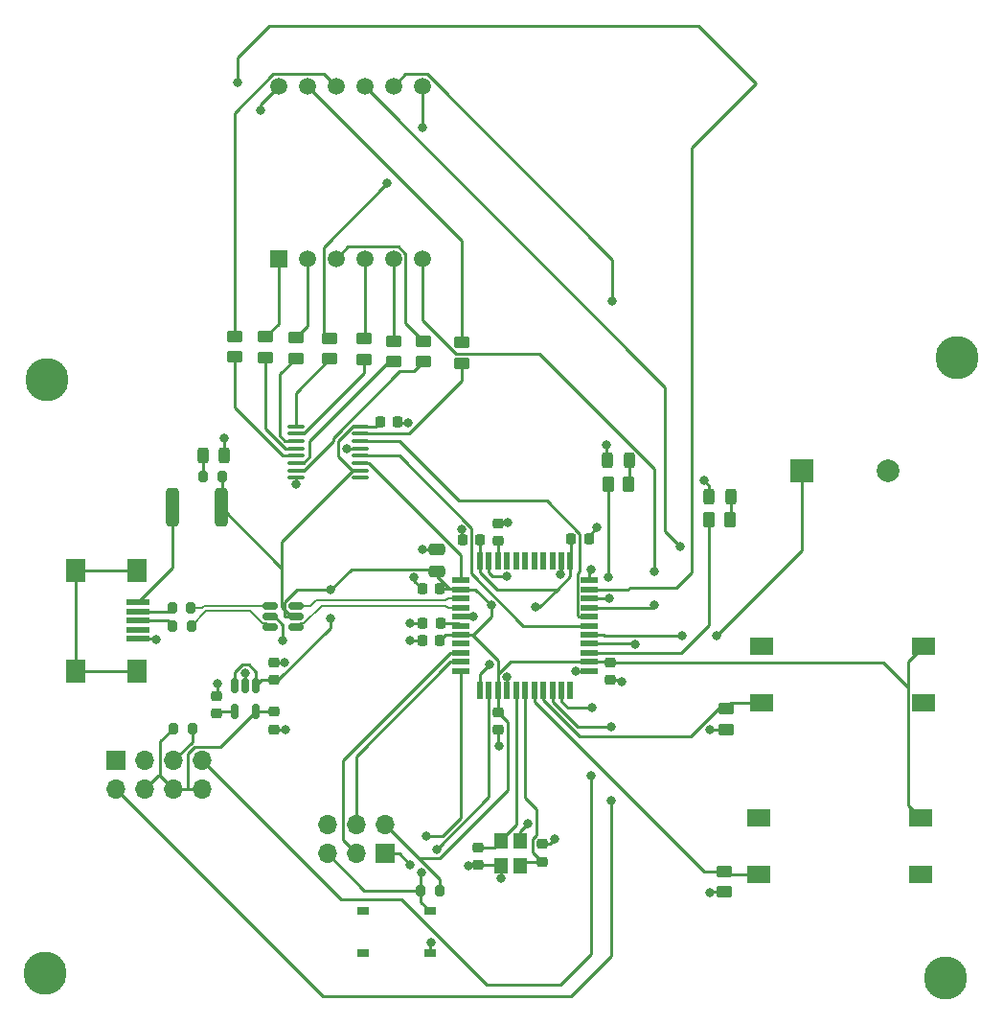
<source format=gbr>
%TF.GenerationSoftware,KiCad,Pcbnew,(7.0.0)*%
%TF.CreationDate,2023-04-20T18:13:23-06:00*%
%TF.ProjectId,Phase_B_ATMEGA_v3,50686173-655f-4425-9f41-544d4547415f,rev?*%
%TF.SameCoordinates,Original*%
%TF.FileFunction,Copper,L1,Top*%
%TF.FilePolarity,Positive*%
%FSLAX46Y46*%
G04 Gerber Fmt 4.6, Leading zero omitted, Abs format (unit mm)*
G04 Created by KiCad (PCBNEW (7.0.0)) date 2023-04-20 18:13:23*
%MOMM*%
%LPD*%
G01*
G04 APERTURE LIST*
G04 Aperture macros list*
%AMRoundRect*
0 Rectangle with rounded corners*
0 $1 Rounding radius*
0 $2 $3 $4 $5 $6 $7 $8 $9 X,Y pos of 4 corners*
0 Add a 4 corners polygon primitive as box body*
4,1,4,$2,$3,$4,$5,$6,$7,$8,$9,$2,$3,0*
0 Add four circle primitives for the rounded corners*
1,1,$1+$1,$2,$3*
1,1,$1+$1,$4,$5*
1,1,$1+$1,$6,$7*
1,1,$1+$1,$8,$9*
0 Add four rect primitives between the rounded corners*
20,1,$1+$1,$2,$3,$4,$5,0*
20,1,$1+$1,$4,$5,$6,$7,0*
20,1,$1+$1,$6,$7,$8,$9,0*
20,1,$1+$1,$8,$9,$2,$3,0*%
G04 Aperture macros list end*
%TA.AperFunction,ComponentPad*%
%ADD10C,3.800000*%
%TD*%
%TA.AperFunction,SMDPad,CuDef*%
%ADD11RoundRect,0.250000X0.450000X-0.262500X0.450000X0.262500X-0.450000X0.262500X-0.450000X-0.262500X0*%
%TD*%
%TA.AperFunction,SMDPad,CuDef*%
%ADD12RoundRect,0.250000X-0.262500X-0.450000X0.262500X-0.450000X0.262500X0.450000X-0.262500X0.450000X0*%
%TD*%
%TA.AperFunction,SMDPad,CuDef*%
%ADD13R,2.000000X0.500000*%
%TD*%
%TA.AperFunction,SMDPad,CuDef*%
%ADD14R,1.700000X2.000000*%
%TD*%
%TA.AperFunction,SMDPad,CuDef*%
%ADD15RoundRect,0.225000X0.250000X-0.225000X0.250000X0.225000X-0.250000X0.225000X-0.250000X-0.225000X0*%
%TD*%
%TA.AperFunction,SMDPad,CuDef*%
%ADD16RoundRect,0.250000X-0.450000X0.262500X-0.450000X-0.262500X0.450000X-0.262500X0.450000X0.262500X0*%
%TD*%
%TA.AperFunction,SMDPad,CuDef*%
%ADD17RoundRect,0.225000X-0.250000X0.225000X-0.250000X-0.225000X0.250000X-0.225000X0.250000X0.225000X0*%
%TD*%
%TA.AperFunction,SMDPad,CuDef*%
%ADD18RoundRect,0.250000X0.475000X-0.250000X0.475000X0.250000X-0.475000X0.250000X-0.475000X-0.250000X0*%
%TD*%
%TA.AperFunction,ComponentPad*%
%ADD19R,2.000000X2.000000*%
%TD*%
%TA.AperFunction,ComponentPad*%
%ADD20C,2.000000*%
%TD*%
%TA.AperFunction,SMDPad,CuDef*%
%ADD21RoundRect,0.225000X0.225000X0.250000X-0.225000X0.250000X-0.225000X-0.250000X0.225000X-0.250000X0*%
%TD*%
%TA.AperFunction,SMDPad,CuDef*%
%ADD22RoundRect,0.200000X0.200000X0.275000X-0.200000X0.275000X-0.200000X-0.275000X0.200000X-0.275000X0*%
%TD*%
%TA.AperFunction,SMDPad,CuDef*%
%ADD23RoundRect,0.200000X-0.200000X-0.275000X0.200000X-0.275000X0.200000X0.275000X-0.200000X0.275000X0*%
%TD*%
%TA.AperFunction,SMDPad,CuDef*%
%ADD24RoundRect,0.150000X-0.512500X-0.150000X0.512500X-0.150000X0.512500X0.150000X-0.512500X0.150000X0*%
%TD*%
%TA.AperFunction,SMDPad,CuDef*%
%ADD25RoundRect,0.243750X0.243750X0.456250X-0.243750X0.456250X-0.243750X-0.456250X0.243750X-0.456250X0*%
%TD*%
%TA.AperFunction,SMDPad,CuDef*%
%ADD26RoundRect,0.100000X-0.637500X-0.100000X0.637500X-0.100000X0.637500X0.100000X-0.637500X0.100000X0*%
%TD*%
%TA.AperFunction,SMDPad,CuDef*%
%ADD27R,1.000000X0.700000*%
%TD*%
%TA.AperFunction,SMDPad,CuDef*%
%ADD28RoundRect,0.150000X-0.150000X0.512500X-0.150000X-0.512500X0.150000X-0.512500X0.150000X0.512500X0*%
%TD*%
%TA.AperFunction,SMDPad,CuDef*%
%ADD29R,1.200000X1.400000*%
%TD*%
%TA.AperFunction,SMDPad,CuDef*%
%ADD30RoundRect,0.250000X-0.312500X-1.450000X0.312500X-1.450000X0.312500X1.450000X-0.312500X1.450000X0*%
%TD*%
%TA.AperFunction,SMDPad,CuDef*%
%ADD31R,1.500000X0.550000*%
%TD*%
%TA.AperFunction,SMDPad,CuDef*%
%ADD32R,0.550000X1.500000*%
%TD*%
%TA.AperFunction,SMDPad,CuDef*%
%ADD33RoundRect,0.225000X-0.225000X-0.250000X0.225000X-0.250000X0.225000X0.250000X-0.225000X0.250000X0*%
%TD*%
%TA.AperFunction,SMDPad,CuDef*%
%ADD34R,2.000000X1.500000*%
%TD*%
%TA.AperFunction,ComponentPad*%
%ADD35R,1.700000X1.700000*%
%TD*%
%TA.AperFunction,ComponentPad*%
%ADD36O,1.700000X1.700000*%
%TD*%
%TA.AperFunction,ComponentPad*%
%ADD37R,1.500000X1.500000*%
%TD*%
%TA.AperFunction,ComponentPad*%
%ADD38C,1.500000*%
%TD*%
%TA.AperFunction,SMDPad,CuDef*%
%ADD39RoundRect,0.243750X-0.243750X-0.456250X0.243750X-0.456250X0.243750X0.456250X-0.243750X0.456250X0*%
%TD*%
%TA.AperFunction,ViaPad*%
%ADD40C,0.800000*%
%TD*%
%TA.AperFunction,Conductor*%
%ADD41C,0.250000*%
%TD*%
%TA.AperFunction,Conductor*%
%ADD42C,0.200000*%
%TD*%
G04 APERTURE END LIST*
D10*
%TO.P,REF\u002A\u002A,1*%
%TO.N,N/C*%
X206050000Y-120050000D03*
%TD*%
%TO.P,REF\u002A\u002A,1*%
%TO.N,N/C*%
X126500000Y-119625000D03*
%TD*%
%TO.P,REF\u002A\u002A,1*%
%TO.N,N/C*%
X207100000Y-65300000D03*
%TD*%
%TO.P,REF\u002A\u002A,1*%
%TO.N,N/C*%
X126600000Y-67200000D03*
%TD*%
D11*
%TO.P,R12,1*%
%TO.N,dp*%
X159900000Y-65637500D03*
%TO.P,R12,2*%
%TO.N,Net-(U1-DPX)*%
X159900000Y-63812500D03*
%TD*%
D12*
%TO.P,R4,1*%
%TO.N,GREEN_LED*%
X185175000Y-79600000D03*
%TO.P,R4,2*%
%TO.N,Net-(D2-A)*%
X187000000Y-79600000D03*
%TD*%
D13*
%TO.P,J2,1,VBUS*%
%TO.N,Net-(J2-VBUS)*%
X134699999Y-86874999D03*
%TO.P,J2,2,D-*%
%TO.N,Net-(J2-D-)*%
X134699999Y-87674999D03*
%TO.P,J2,3,D+*%
%TO.N,Net-(J2-D+)*%
X134699999Y-88474999D03*
%TO.P,J2,4,ID*%
%TO.N,unconnected-(J2-ID-Pad4)*%
X134699999Y-89274999D03*
%TO.P,J2,5,GND*%
%TO.N,GND*%
X134699999Y-90074999D03*
D14*
%TO.P,J2,6,Shield*%
%TO.N,unconnected-(J2-Shield-Pad6)*%
X134599999Y-84024999D03*
X129149999Y-84024999D03*
X134599999Y-92924999D03*
X129149999Y-92924999D03*
%TD*%
D15*
%TO.P,C12,1*%
%TO.N,/AREF*%
X166525000Y-81450000D03*
%TO.P,C12,2*%
%TO.N,GND*%
X166525000Y-79900000D03*
%TD*%
D11*
%TO.P,R8,1*%
%TO.N,d*%
X148625000Y-65312500D03*
%TO.P,R8,2*%
%TO.N,Net-(U1-d)*%
X148625000Y-63487500D03*
%TD*%
D16*
%TO.P,R2,1*%
%TO.N,Button_2*%
X186525000Y-110625000D03*
%TO.P,R2,2*%
%TO.N,GND*%
X186525000Y-112450000D03*
%TD*%
D17*
%TO.P,C5,1*%
%TO.N,+5V*%
X176450000Y-92200000D03*
%TO.P,C5,2*%
%TO.N,GND*%
X176450000Y-93750000D03*
%TD*%
D18*
%TO.P,C8,1*%
%TO.N,+5V*%
X161100000Y-84125000D03*
%TO.P,C8,2*%
%TO.N,GND*%
X161100000Y-82225000D03*
%TD*%
D11*
%TO.P,R7,1*%
%TO.N,c*%
X154650000Y-65412500D03*
%TO.P,R7,2*%
%TO.N,Net-(U1-c)*%
X154650000Y-63587500D03*
%TD*%
D19*
%TO.P,LS1,1,1*%
%TO.N,Buzzer*%
X193374999Y-75224999D03*
D20*
%TO.P,LS1,2,2*%
%TO.N,GND*%
X200975000Y-75225000D03*
%TD*%
D21*
%TO.P,C6,1*%
%TO.N,+5V*%
X161375000Y-85675000D03*
%TO.P,C6,2*%
%TO.N,GND*%
X159825000Y-85675000D03*
%TD*%
D11*
%TO.P,R5,1*%
%TO.N,a*%
X163300000Y-65737500D03*
%TO.P,R5,2*%
%TO.N,Net-(U1-a)*%
X163300000Y-63912500D03*
%TD*%
D22*
%TO.P,R16,1*%
%TO.N,+5V*%
X142100000Y-75775000D03*
%TO.P,R16,2*%
%TO.N,Net-(D3-A)*%
X140450000Y-75775000D03*
%TD*%
D12*
%TO.P,R3,1*%
%TO.N,RED_LED*%
X176225000Y-76400000D03*
%TO.P,R3,2*%
%TO.N,Net-(D1-A)*%
X178050000Y-76400000D03*
%TD*%
D23*
%TO.P,R14,1*%
%TO.N,Net-(J2-D+)*%
X137750000Y-88925000D03*
%TO.P,R14,2*%
%TO.N,USB_CONN_D+*%
X139400000Y-88925000D03*
%TD*%
D17*
%TO.P,C7,1*%
%TO.N,+5V*%
X166550000Y-96575000D03*
%TO.P,C7,2*%
%TO.N,GND*%
X166550000Y-98125000D03*
%TD*%
D24*
%TO.P,U4,1,I/O1*%
%TO.N,USB_CONN_D-*%
X146375000Y-87175000D03*
%TO.P,U4,2,GND*%
%TO.N,GND*%
X146375000Y-88125000D03*
%TO.P,U4,3,I/O2*%
%TO.N,USB_CONN_D+*%
X146375000Y-89075000D03*
%TO.P,U4,4,I/O2*%
%TO.N,USB_D+*%
X148650000Y-89075000D03*
%TO.P,U4,5,VBUS*%
%TO.N,+5V*%
X148650000Y-88125000D03*
%TO.P,U4,6,I/O1*%
%TO.N,USB_D-*%
X148650000Y-87175000D03*
%TD*%
D11*
%TO.P,R6,1*%
%TO.N,b*%
X151650000Y-65362500D03*
%TO.P,R6,2*%
%TO.N,Net-(U1-b)*%
X151650000Y-63537500D03*
%TD*%
D21*
%TO.P,C10,1*%
%TO.N,+5V*%
X161375000Y-90250000D03*
%TO.P,C10,2*%
%TO.N,GND*%
X159825000Y-90250000D03*
%TD*%
D25*
%TO.P,D3,1,K*%
%TO.N,GND*%
X142275000Y-73925000D03*
%TO.P,D3,2,A*%
%TO.N,Net-(D3-A)*%
X140400000Y-73925000D03*
%TD*%
D22*
%TO.P,R13,1*%
%TO.N,+5V*%
X161350000Y-112300000D03*
%TO.P,R13,2*%
%TO.N,RST*%
X159700000Y-112300000D03*
%TD*%
D17*
%TO.P,C2,1*%
%TO.N,GND*%
X170400000Y-108225000D03*
%TO.P,C2,2*%
%TO.N,XTAL1*%
X170400000Y-109775000D03*
%TD*%
D26*
%TO.P,U2,1,QB*%
%TO.N,b*%
X148625000Y-71325000D03*
%TO.P,U2,2,QC*%
%TO.N,c*%
X148625000Y-71975000D03*
%TO.P,U2,3,QD*%
%TO.N,d*%
X148625000Y-72625000D03*
%TO.P,U2,4,QE*%
%TO.N,e*%
X148625000Y-73275000D03*
%TO.P,U2,5,QF*%
%TO.N,f*%
X148625000Y-73925000D03*
%TO.P,U2,6,QG*%
%TO.N,g*%
X148625000Y-74575000D03*
%TO.P,U2,7,QH*%
%TO.N,dp*%
X148625000Y-75225000D03*
%TO.P,U2,8,GND*%
%TO.N,GND*%
X148625000Y-75875000D03*
%TO.P,U2,9,QH'*%
%TO.N,unconnected-(U2-QH'-Pad9)*%
X154350000Y-75875000D03*
%TO.P,U2,10,~{SRCLR}*%
%TO.N,+5V*%
X154350000Y-75225000D03*
%TO.P,U2,11,SRCLK*%
%TO.N,SH_CP*%
X154350000Y-74575000D03*
%TO.P,U2,12,RCLK*%
%TO.N,ST_CP*%
X154350000Y-73925000D03*
%TO.P,U2,13,~{OE}*%
%TO.N,GND*%
X154350000Y-73275000D03*
%TO.P,U2,14,SER*%
%TO.N,DS*%
X154350000Y-72625000D03*
%TO.P,U2,15,QA*%
%TO.N,a*%
X154350000Y-71975000D03*
%TO.P,U2,16,VCC*%
%TO.N,+5V*%
X154350000Y-71325000D03*
%TD*%
D16*
%TO.P,R1,1*%
%TO.N,Button_1*%
X186625000Y-96275000D03*
%TO.P,R1,2*%
%TO.N,GND*%
X186625000Y-98100000D03*
%TD*%
D27*
%TO.P,S3,1*%
%TO.N,GND*%
X160537499Y-117849999D03*
%TO.P,S3,2*%
%TO.N,N/C*%
X154537499Y-117849999D03*
%TO.P,S3,3*%
%TO.N,RST*%
X160537499Y-114149999D03*
%TO.P,S3,4*%
%TO.N,N/C*%
X154537499Y-114149999D03*
%TD*%
D11*
%TO.P,R11,1*%
%TO.N,g*%
X157250000Y-65612500D03*
%TO.P,R11,2*%
%TO.N,Net-(U1-g)*%
X157250000Y-63787500D03*
%TD*%
D28*
%TO.P,U5,1,VIN*%
%TO.N,+5V*%
X145125000Y-94237500D03*
%TO.P,U5,2,GND*%
%TO.N,GND*%
X144175000Y-94237500D03*
%TO.P,U5,3,ON/~{OFF}*%
%TO.N,+5V*%
X143225000Y-94237500D03*
%TO.P,U5,4,BP*%
%TO.N,Net-(U5-BP)*%
X143225000Y-96512500D03*
%TO.P,U5,5,VOUT*%
%TO.N,+3.3V*%
X145125000Y-96512500D03*
%TD*%
D11*
%TO.P,R10,1*%
%TO.N,f*%
X143200000Y-65187500D03*
%TO.P,R10,2*%
%TO.N,Net-(U1-f)*%
X143200000Y-63362500D03*
%TD*%
D29*
%TO.P,Y1,1,1*%
%TO.N,XTAL1*%
X168474999Y-110124999D03*
%TO.P,Y1,2,2*%
%TO.N,GND*%
X168474999Y-107924999D03*
%TO.P,Y1,3,3*%
%TO.N,XTAL2*%
X166774999Y-107924999D03*
%TO.P,Y1,4,4*%
%TO.N,GND*%
X166774999Y-110124999D03*
%TD*%
D21*
%TO.P,C9,1*%
%TO.N,/UCAP*%
X161400000Y-88725000D03*
%TO.P,C9,2*%
%TO.N,GND*%
X159850000Y-88725000D03*
%TD*%
D30*
%TO.P,F1,1*%
%TO.N,Net-(J2-VBUS)*%
X137750000Y-78500000D03*
%TO.P,F1,2*%
%TO.N,+5V*%
X142025000Y-78500000D03*
%TD*%
D31*
%TO.P,U3,1,PE6*%
%TO.N,SH_CP*%
X163199999Y-84924999D03*
%TO.P,U3,2,UVCC*%
%TO.N,+5V*%
X163199999Y-85724999D03*
%TO.P,U3,3,D-*%
%TO.N,USB_D-*%
X163199999Y-86524999D03*
%TO.P,U3,4,D+*%
%TO.N,USB_D+*%
X163199999Y-87324999D03*
%TO.P,U3,5,UGND*%
%TO.N,GND*%
X163199999Y-88124999D03*
%TO.P,U3,6,UCAP*%
%TO.N,/UCAP*%
X163199999Y-88924999D03*
%TO.P,U3,7,VBUS*%
%TO.N,+5V*%
X163199999Y-89724999D03*
%TO.P,U3,8,PB0*%
%TO.N,unconnected-(U3-PB0-Pad8)*%
X163199999Y-90524999D03*
%TO.P,U3,9,PB1*%
%TO.N,SCK*%
X163199999Y-91324999D03*
%TO.P,U3,10,PB2*%
%TO.N,MOSI*%
X163199999Y-92124999D03*
%TO.P,U3,11,PB3*%
%TO.N,MISO*%
X163199999Y-92924999D03*
D32*
%TO.P,U3,12,PB7*%
%TO.N,Dig3*%
X164899999Y-94624999D03*
%TO.P,U3,13,~{RESET}*%
%TO.N,RST*%
X165699999Y-94624999D03*
%TO.P,U3,14,VCC*%
%TO.N,+5V*%
X166499999Y-94624999D03*
%TO.P,U3,15,GND*%
%TO.N,GND*%
X167299999Y-94624999D03*
%TO.P,U3,16,XTAL2*%
%TO.N,XTAL2*%
X168099999Y-94624999D03*
%TO.P,U3,17,XTAL1*%
%TO.N,XTAL1*%
X168899999Y-94624999D03*
%TO.P,U3,18,PD0*%
%TO.N,Button_2*%
X169699999Y-94624999D03*
%TO.P,U3,19,PD1*%
%TO.N,Button_1*%
X170499999Y-94624999D03*
%TO.P,U3,20,PD2*%
%TO.N,TX*%
X171299999Y-94624999D03*
%TO.P,U3,21,PD3*%
%TO.N,RX*%
X172099999Y-94624999D03*
%TO.P,U3,22,PD5*%
%TO.N,unconnected-(U3-PD5-Pad22)*%
X172899999Y-94624999D03*
D31*
%TO.P,U3,23,GND*%
%TO.N,GND*%
X174599999Y-92924999D03*
%TO.P,U3,24,AVCC*%
%TO.N,+5V*%
X174599999Y-92124999D03*
%TO.P,U3,25,PD4*%
%TO.N,GREEN_LED*%
X174599999Y-91324999D03*
%TO.P,U3,26,PD6*%
%TO.N,Dig2*%
X174599999Y-90524999D03*
%TO.P,U3,27,PD7*%
%TO.N,Buzzer*%
X174599999Y-89724999D03*
%TO.P,U3,28,PB4*%
%TO.N,ST_CP*%
X174599999Y-88924999D03*
%TO.P,U3,29,PB5*%
%TO.N,DS*%
X174599999Y-88124999D03*
%TO.P,U3,30,PB6*%
%TO.N,Dig4*%
X174599999Y-87324999D03*
%TO.P,U3,31,PC6*%
%TO.N,RED_LED*%
X174599999Y-86524999D03*
%TO.P,U3,32,PC7*%
%TO.N,Dig1*%
X174599999Y-85724999D03*
%TO.P,U3,33,~{HWB}/PE2*%
%TO.N,GND*%
X174599999Y-84924999D03*
D32*
%TO.P,U3,34,VCC*%
%TO.N,+5V*%
X172899999Y-83224999D03*
%TO.P,U3,35,GND*%
%TO.N,GND*%
X172099999Y-83224999D03*
%TO.P,U3,36,PF7*%
%TO.N,unconnected-(U3-PF7-Pad36)*%
X171299999Y-83224999D03*
%TO.P,U3,37,PF6*%
%TO.N,unconnected-(U3-PF6-Pad37)*%
X170499999Y-83224999D03*
%TO.P,U3,38,PF5*%
%TO.N,unconnected-(U3-PF5-Pad38)*%
X169699999Y-83224999D03*
%TO.P,U3,39,PF4*%
%TO.N,unconnected-(U3-PF4-Pad39)*%
X168899999Y-83224999D03*
%TO.P,U3,40,PF1*%
%TO.N,unconnected-(U3-PF1-Pad40)*%
X168099999Y-83224999D03*
%TO.P,U3,41,PF0*%
%TO.N,unconnected-(U3-PF0-Pad41)*%
X167299999Y-83224999D03*
%TO.P,U3,42,AREF*%
%TO.N,/AREF*%
X166499999Y-83224999D03*
%TO.P,U3,43,GND*%
%TO.N,GND*%
X165699999Y-83224999D03*
%TO.P,U3,44,AVCC*%
%TO.N,+5V*%
X164899999Y-83224999D03*
%TD*%
D33*
%TO.P,C4,1*%
%TO.N,+5V*%
X172975000Y-81300000D03*
%TO.P,C4,2*%
%TO.N,GND*%
X174525000Y-81300000D03*
%TD*%
D34*
%TO.P,S2,A1,NO_1*%
%TO.N,unconnected-(S2-NO_1-PadA1)*%
X203874999Y-110924999D03*
%TO.P,S2,B1,NO_2*%
%TO.N,Button_2*%
X189574999Y-110924999D03*
%TO.P,S2,C1,COM_1*%
%TO.N,+5V*%
X203874999Y-105924999D03*
%TO.P,S2,D1,COM_2*%
%TO.N,unconnected-(S2-COM_2-PadD1)*%
X189574999Y-105924999D03*
%TD*%
D23*
%TO.P,R17,1*%
%TO.N,+3.3V*%
X137825000Y-98000000D03*
%TO.P,R17,2*%
%TO.N,Net-(J3-Pin_5)*%
X139475000Y-98000000D03*
%TD*%
D35*
%TO.P,J1,1,MISO*%
%TO.N,MISO*%
X156524999Y-109039999D03*
D36*
%TO.P,J1,2,VCC*%
%TO.N,+5V*%
X156524999Y-106499999D03*
%TO.P,J1,3,SCK*%
%TO.N,SCK*%
X153984999Y-109039999D03*
%TO.P,J1,4,MOSI*%
%TO.N,MOSI*%
X153984999Y-106499999D03*
%TO.P,J1,5,~{RST}*%
%TO.N,RST*%
X151444999Y-109039999D03*
%TO.P,J1,6,GND*%
%TO.N,GND*%
X151444999Y-106499999D03*
%TD*%
D34*
%TO.P,S1,A1,NO_1*%
%TO.N,unconnected-(S1-NO_1-PadA1)*%
X204074999Y-95774999D03*
%TO.P,S1,B1,NO_2*%
%TO.N,Button_1*%
X189774999Y-95774999D03*
%TO.P,S1,C1,COM_1*%
%TO.N,+5V*%
X204074999Y-90774999D03*
%TO.P,S1,D1,COM_2*%
%TO.N,unconnected-(S1-COM_2-PadD1)*%
X189774999Y-90774999D03*
%TD*%
D37*
%TO.P,U1,1,e*%
%TO.N,Net-(U1-e)*%
X147099999Y-56552499D03*
D38*
%TO.P,U1,2,d*%
%TO.N,Net-(U1-d)*%
X149640000Y-56552500D03*
%TO.P,U1,3,DPX*%
%TO.N,Net-(U1-DPX)*%
X152180000Y-56552500D03*
%TO.P,U1,4,c*%
%TO.N,Net-(U1-c)*%
X154720000Y-56552500D03*
%TO.P,U1,5,g*%
%TO.N,Net-(U1-g)*%
X157260000Y-56552500D03*
%TO.P,U1,6,CA4*%
%TO.N,Dig4*%
X159800000Y-56552500D03*
%TO.P,U1,7,b*%
%TO.N,Net-(U1-b)*%
X159800000Y-41312500D03*
%TO.P,U1,8,CA3*%
%TO.N,Dig3*%
X157260000Y-41312500D03*
%TO.P,U1,9,CA2*%
%TO.N,Dig2*%
X154720000Y-41312500D03*
%TO.P,U1,10,f*%
%TO.N,Net-(U1-f)*%
X152180000Y-41312500D03*
%TO.P,U1,11,a*%
%TO.N,Net-(U1-a)*%
X149640000Y-41312500D03*
%TO.P,U1,12,CA1*%
%TO.N,Dig1*%
X147100000Y-41312500D03*
%TD*%
D33*
%TO.P,C1,1*%
%TO.N,+5V*%
X156075000Y-70950000D03*
%TO.P,C1,2*%
%TO.N,GND*%
X157625000Y-70950000D03*
%TD*%
D39*
%TO.P,D1,1,K*%
%TO.N,GND*%
X176200000Y-74350000D03*
%TO.P,D1,2,A*%
%TO.N,Net-(D1-A)*%
X178075000Y-74350000D03*
%TD*%
D15*
%TO.P,C13,1*%
%TO.N,+5V*%
X146675000Y-93750000D03*
%TO.P,C13,2*%
%TO.N,GND*%
X146675000Y-92200000D03*
%TD*%
D11*
%TO.P,R9,1*%
%TO.N,e*%
X145950000Y-65262500D03*
%TO.P,R9,2*%
%TO.N,Net-(U1-e)*%
X145950000Y-63437500D03*
%TD*%
D15*
%TO.P,C15,1*%
%TO.N,Net-(U5-BP)*%
X141650000Y-96675000D03*
%TO.P,C15,2*%
%TO.N,GND*%
X141650000Y-95125000D03*
%TD*%
D17*
%TO.P,C3,1*%
%TO.N,XTAL2*%
X164725000Y-108525000D03*
%TO.P,C3,2*%
%TO.N,GND*%
X164725000Y-110075000D03*
%TD*%
D23*
%TO.P,R15,1*%
%TO.N,Net-(J2-D-)*%
X137700000Y-87325000D03*
%TO.P,R15,2*%
%TO.N,USB_CONN_D-*%
X139350000Y-87325000D03*
%TD*%
D35*
%TO.P,J3,1,Pin_1*%
%TO.N,GND*%
X132754999Y-100834999D03*
D36*
%TO.P,J3,2,Pin_2*%
%TO.N,TX*%
X132754999Y-103374999D03*
%TO.P,J3,3,Pin_3*%
%TO.N,unconnected-(J3-Pin_3-Pad3)*%
X135294999Y-100834999D03*
%TO.P,J3,4,Pin_4*%
%TO.N,+3.3V*%
X135294999Y-103374999D03*
%TO.P,J3,5,Pin_5*%
%TO.N,Net-(J3-Pin_5)*%
X137834999Y-100834999D03*
%TO.P,J3,6,Pin_6*%
%TO.N,+3.3V*%
X137834999Y-103374999D03*
%TO.P,J3,7,Pin_7*%
%TO.N,RX*%
X140374999Y-100834999D03*
%TO.P,J3,8,Pin_8*%
%TO.N,+3.3V*%
X140374999Y-103374999D03*
%TD*%
D17*
%TO.P,C14,1*%
%TO.N,+3.3V*%
X146725000Y-96525000D03*
%TO.P,C14,2*%
%TO.N,GND*%
X146725000Y-98075000D03*
%TD*%
D21*
%TO.P,C11,1*%
%TO.N,+5V*%
X164925000Y-81375000D03*
%TO.P,C11,2*%
%TO.N,GND*%
X163375000Y-81375000D03*
%TD*%
D39*
%TO.P,D2,1,K*%
%TO.N,GND*%
X185175000Y-77575000D03*
%TO.P,D2,2,A*%
%TO.N,Net-(D2-A)*%
X187050000Y-77575000D03*
%TD*%
D40*
%TO.N,+5V*%
X151725000Y-85750000D03*
X165937701Y-87137299D03*
X151725000Y-88300000D03*
X169800201Y-87300201D03*
%TO.N,GND*%
X158700000Y-90200000D03*
X141700000Y-94075000D03*
X159100000Y-84675000D03*
X177475000Y-93875000D03*
X167300000Y-93450000D03*
X147750000Y-98150000D03*
X175225000Y-80275000D03*
X148650000Y-76475000D03*
X160575000Y-116900000D03*
X136250000Y-90150000D03*
X176050000Y-73000000D03*
X166775000Y-111250000D03*
X166600000Y-99525000D03*
X185200000Y-98075000D03*
X173375000Y-92975000D03*
X167325000Y-79850000D03*
X167300000Y-84574502D03*
X184725000Y-76125000D03*
X171525000Y-107775000D03*
X163850000Y-110175000D03*
X174700000Y-84000000D03*
X185200000Y-112475000D03*
X158700000Y-88725000D03*
X147475000Y-90200000D03*
X142300000Y-72400000D03*
X158575000Y-71000000D03*
X147625000Y-92175000D03*
X144175000Y-93075000D03*
X163275000Y-80450000D03*
X164300000Y-88125000D03*
X172050000Y-84400000D03*
X153125000Y-73300000D03*
X159850000Y-82175000D03*
X169125000Y-106450000D03*
%TO.N,MISO*%
X158750000Y-110025000D03*
X160125000Y-107525000D03*
%TO.N,RST*%
X159725201Y-110724799D03*
X161075000Y-108700000D03*
%TO.N,TX*%
X176500000Y-104350000D03*
X176500000Y-97850000D03*
%TO.N,RX*%
X174700000Y-102200000D03*
X174775000Y-96200000D03*
%TO.N,Buzzer*%
X185825000Y-89825000D03*
X182800000Y-89775000D03*
%TO.N,RED_LED*%
X176275000Y-84625000D03*
X176300000Y-86525000D03*
%TO.N,Net-(U1-b)*%
X156725000Y-49875000D03*
X159825000Y-44900000D03*
%TO.N,Dig4*%
X180275000Y-84150000D03*
X180325000Y-87100000D03*
%TO.N,Dig3*%
X176625000Y-60225000D03*
X165750000Y-92375000D03*
%TO.N,Dig2*%
X178600000Y-90600000D03*
X182600000Y-81950000D03*
%TO.N,Dig1*%
X143450000Y-40950000D03*
X145525000Y-43450000D03*
%TD*%
D41*
%TO.N,+5V*%
X165937701Y-87137299D02*
X165937701Y-88137299D01*
X160925000Y-83950000D02*
X153525000Y-83950000D01*
X159450000Y-109425000D02*
X156525000Y-106500000D01*
X164350000Y-89725000D02*
X163200000Y-89725000D01*
X166550000Y-94675000D02*
X166500000Y-94625000D01*
X161375000Y-109425000D02*
X159450000Y-109425000D01*
X161375000Y-85675000D02*
X162200000Y-85675000D01*
X161100000Y-84125000D02*
X161100000Y-84575000D01*
X161375000Y-90250000D02*
X161900000Y-89725000D01*
X202750000Y-94425000D02*
X200525000Y-92200000D01*
X164900000Y-84225000D02*
X166400153Y-85725153D01*
X161900000Y-89725000D02*
X163200000Y-89725000D01*
X166500000Y-92025000D02*
X166500000Y-94625000D01*
X161350000Y-111325000D02*
X161350000Y-112300000D01*
X167599695Y-92125000D02*
X166500000Y-93224695D01*
X167375000Y-103425000D02*
X161375000Y-109425000D01*
X145125000Y-92999695D02*
X145125000Y-94237500D01*
X142100000Y-78425000D02*
X142025000Y-78500000D01*
X172900000Y-84575305D02*
X171750153Y-85725153D01*
X151725000Y-88300000D02*
X151725000Y-89100305D01*
X164925000Y-83200000D02*
X164900000Y-83225000D01*
X148265749Y-88125000D02*
X148650000Y-88125000D01*
X145612500Y-93750000D02*
X145125000Y-94237500D01*
X172975000Y-83150000D02*
X172900000Y-83225000D01*
X153525000Y-83950000D02*
X151725000Y-85750000D01*
X204075000Y-90775000D02*
X202750000Y-92100000D01*
X147075305Y-93750000D02*
X146675000Y-93750000D01*
X170175104Y-87300201D02*
X169800201Y-87300201D01*
X151725000Y-89100305D02*
X147075305Y-93750000D01*
X164525402Y-85725000D02*
X165937701Y-87137299D01*
X167375000Y-97400000D02*
X167375000Y-103425000D01*
X202750000Y-104800000D02*
X203875000Y-105925000D01*
X143225000Y-92999695D02*
X143874695Y-92350000D01*
X156525000Y-106500000D02*
X161350000Y-111325000D01*
X152400000Y-73963541D02*
X153661459Y-75225000D01*
X147709251Y-88125000D02*
X147662500Y-88078249D01*
X153661459Y-75225000D02*
X147375000Y-81511459D01*
X163200000Y-89725000D02*
X164200000Y-89725000D01*
X143874695Y-92350000D02*
X144475305Y-92350000D01*
X200525000Y-92200000D02*
X176450000Y-92200000D01*
X152400000Y-72586459D02*
X152400000Y-73963541D01*
X164200000Y-89725000D02*
X166500000Y-92025000D01*
X165937701Y-88137299D02*
X164350000Y-89725000D01*
X153661459Y-71325000D02*
X152400000Y-72586459D01*
X163200000Y-85725000D02*
X164525402Y-85725000D01*
X166500000Y-93224695D02*
X166500000Y-94625000D01*
X147662500Y-88078249D02*
X147662500Y-86828249D01*
X163150000Y-85675000D02*
X163200000Y-85725000D01*
X162200000Y-85675000D02*
X163150000Y-85675000D01*
X142100000Y-75775000D02*
X142100000Y-78425000D01*
X146675000Y-93750000D02*
X145612500Y-93750000D01*
X166400153Y-85725153D02*
X171750153Y-85725153D01*
X154350000Y-71325000D02*
X155700000Y-71325000D01*
X144475305Y-92350000D02*
X145125000Y-92999695D01*
X147662500Y-86828249D02*
X148740749Y-85750000D01*
X147375000Y-83850000D02*
X147375000Y-84775000D01*
X202750000Y-92100000D02*
X202750000Y-94425000D01*
X147375000Y-87234251D02*
X148265749Y-88125000D01*
X164900000Y-83225000D02*
X164900000Y-84225000D01*
X172975000Y-81300000D02*
X172975000Y-83150000D01*
X171750153Y-85725153D02*
X170175104Y-87300201D01*
X147375000Y-81511459D02*
X147375000Y-84775000D01*
X166550000Y-96575000D02*
X166550000Y-94675000D01*
X142025000Y-78500000D02*
X147375000Y-83850000D01*
X147375000Y-84775000D02*
X147375000Y-87234251D01*
X143225000Y-94237500D02*
X143225000Y-92999695D01*
X174600000Y-92125000D02*
X176375000Y-92125000D01*
X161100000Y-84125000D02*
X160925000Y-83950000D01*
X154350000Y-71325000D02*
X153661459Y-71325000D01*
X161100000Y-84575000D02*
X162200000Y-85675000D01*
X172900000Y-83225000D02*
X172900000Y-84575305D01*
X166550000Y-96575000D02*
X167375000Y-97400000D01*
X176375000Y-92125000D02*
X176450000Y-92200000D01*
X148740749Y-85750000D02*
X151725000Y-85750000D01*
X174600000Y-92125000D02*
X167599695Y-92125000D01*
X155700000Y-71325000D02*
X156075000Y-70950000D01*
X202750000Y-94425000D02*
X202750000Y-104800000D01*
X164925000Y-81375000D02*
X164925000Y-83200000D01*
X153661459Y-75225000D02*
X154350000Y-75225000D01*
X148650000Y-88125000D02*
X147709251Y-88125000D01*
%TO.N,GND*%
X142300000Y-72400000D02*
X142300000Y-73900000D01*
X186525000Y-112450000D02*
X185225000Y-112450000D01*
X160537500Y-117850000D02*
X160537500Y-116937500D01*
X163275000Y-81275000D02*
X163375000Y-81375000D01*
X144175000Y-93075000D02*
X144175000Y-94237500D01*
X176050000Y-74200000D02*
X176200000Y-74350000D01*
X160537500Y-116937500D02*
X160575000Y-116900000D01*
X166525000Y-79900000D02*
X167275000Y-79900000D01*
X148625000Y-76450000D02*
X148650000Y-76475000D01*
X154325000Y-73300000D02*
X154350000Y-73275000D01*
X185225000Y-98100000D02*
X185200000Y-98075000D01*
X167300000Y-84574502D02*
X166049502Y-84574502D01*
X166725000Y-110075000D02*
X166775000Y-110125000D01*
X166550000Y-99475000D02*
X166600000Y-99525000D01*
X174600000Y-84100000D02*
X174700000Y-84000000D01*
X163950000Y-110075000D02*
X163850000Y-110175000D01*
X163200000Y-88125000D02*
X164300000Y-88125000D01*
X172100000Y-83225000D02*
X172100000Y-84350000D01*
X142300000Y-73900000D02*
X142275000Y-73925000D01*
X146675000Y-92200000D02*
X147600000Y-92200000D01*
X185175000Y-76575000D02*
X184725000Y-76125000D01*
X158575000Y-71000000D02*
X157675000Y-71000000D01*
X147675000Y-98075000D02*
X147750000Y-98150000D01*
X185175000Y-77575000D02*
X185175000Y-76575000D01*
X159850000Y-88725000D02*
X158700000Y-88725000D01*
X176050000Y-73000000D02*
X176050000Y-74200000D01*
X164725000Y-110075000D02*
X166725000Y-110075000D01*
X134700000Y-90075000D02*
X136175000Y-90075000D01*
X174525000Y-80975000D02*
X175225000Y-80275000D01*
X185225000Y-112450000D02*
X185200000Y-112475000D01*
X161100000Y-82225000D02*
X159900000Y-82225000D01*
X146759251Y-88125000D02*
X147475000Y-88840749D01*
X159100000Y-84950000D02*
X159825000Y-85675000D01*
X166775000Y-110125000D02*
X166775000Y-111250000D01*
X165700000Y-84225000D02*
X165700000Y-83225000D01*
X141700000Y-94075000D02*
X141700000Y-95075000D01*
X147600000Y-92200000D02*
X147625000Y-92175000D01*
X186625000Y-98100000D02*
X185225000Y-98100000D01*
X173425000Y-92925000D02*
X173375000Y-92975000D01*
X168475000Y-107100000D02*
X169125000Y-106450000D01*
X166550000Y-98125000D02*
X166550000Y-99475000D01*
X176450000Y-93750000D02*
X177350000Y-93750000D01*
X174600000Y-92925000D02*
X173425000Y-92925000D01*
X146725000Y-98075000D02*
X147675000Y-98075000D01*
X170400000Y-108225000D02*
X171075000Y-108225000D01*
X141700000Y-95075000D02*
X141650000Y-95125000D01*
X168475000Y-107925000D02*
X168475000Y-107100000D01*
X159100000Y-84675000D02*
X159100000Y-84950000D01*
X146375000Y-88125000D02*
X146759251Y-88125000D01*
X171075000Y-108225000D02*
X171525000Y-107775000D01*
X136175000Y-90075000D02*
X136250000Y-90150000D01*
X157675000Y-71000000D02*
X157625000Y-70950000D01*
X159900000Y-82225000D02*
X159850000Y-82175000D01*
X174600000Y-84925000D02*
X174600000Y-84100000D01*
X174525000Y-81300000D02*
X174525000Y-80975000D01*
X158750000Y-90250000D02*
X158700000Y-90200000D01*
X163275000Y-80450000D02*
X163275000Y-81275000D01*
X153125000Y-73300000D02*
X154325000Y-73300000D01*
X166049502Y-84574502D02*
X165700000Y-84225000D01*
X167275000Y-79900000D02*
X167325000Y-79850000D01*
X172100000Y-84350000D02*
X172050000Y-84400000D01*
X177350000Y-93750000D02*
X177475000Y-93875000D01*
X147475000Y-88840749D02*
X147475000Y-90200000D01*
X159825000Y-90250000D02*
X158750000Y-90250000D01*
X167300000Y-94625000D02*
X167300000Y-93450000D01*
X148625000Y-75875000D02*
X148625000Y-76450000D01*
X164725000Y-110075000D02*
X163950000Y-110075000D01*
%TO.N,XTAL1*%
X169600000Y-107772183D02*
X169600000Y-108975000D01*
X169922183Y-107450000D02*
X169600000Y-107772183D01*
X168900000Y-104124695D02*
X169922183Y-105146878D01*
X168825000Y-109775000D02*
X168475000Y-110125000D01*
X169600000Y-108975000D02*
X170400000Y-109775000D01*
X169922183Y-105146878D02*
X169922183Y-107450000D01*
X168900000Y-94625000D02*
X168900000Y-104124695D01*
X170400000Y-109775000D02*
X168825000Y-109775000D01*
%TO.N,XTAL2*%
X164725000Y-108525000D02*
X166175000Y-108525000D01*
X168100000Y-94625000D02*
X168100000Y-106500000D01*
X166175000Y-108525000D02*
X166775000Y-107925000D01*
X166775000Y-107825000D02*
X166775000Y-107925000D01*
X168100000Y-106500000D02*
X166775000Y-107825000D01*
%TO.N,/UCAP*%
X161400000Y-88725000D02*
X163000000Y-88725000D01*
X163000000Y-88725000D02*
X163200000Y-88925000D01*
%TO.N,/AREF*%
X166525000Y-83200000D02*
X166500000Y-83225000D01*
X166525000Y-81450000D02*
X166525000Y-83200000D01*
%TO.N,+3.3V*%
X137835000Y-103375000D02*
X139050000Y-103375000D01*
X136660000Y-102200000D02*
X137835000Y-103375000D01*
X145125000Y-96512500D02*
X141987500Y-99650000D01*
X139050000Y-100256396D02*
X139050000Y-103375000D01*
X136660000Y-99165000D02*
X136660000Y-102200000D01*
X136660000Y-102200000D02*
X136470000Y-102200000D01*
X145125000Y-96512500D02*
X146712500Y-96512500D01*
X139656396Y-99650000D02*
X139050000Y-100256396D01*
X136470000Y-102200000D02*
X135295000Y-103375000D01*
X141987500Y-99650000D02*
X139656396Y-99650000D01*
X139050000Y-103375000D02*
X140375000Y-103375000D01*
X146712500Y-96512500D02*
X146725000Y-96525000D01*
X137825000Y-98000000D02*
X136660000Y-99165000D01*
%TO.N,Net-(U5-BP)*%
X141812500Y-96512500D02*
X141650000Y-96675000D01*
X143225000Y-96512500D02*
X141812500Y-96512500D01*
%TO.N,Net-(D1-A)*%
X178075000Y-76375000D02*
X178050000Y-76400000D01*
X178075000Y-74350000D02*
X178075000Y-76375000D01*
%TO.N,Net-(D2-A)*%
X187050000Y-79550000D02*
X187000000Y-79600000D01*
X187050000Y-77575000D02*
X187050000Y-79550000D01*
%TO.N,Net-(D3-A)*%
X140400000Y-73925000D02*
X140400000Y-75725000D01*
X140400000Y-75725000D02*
X140450000Y-75775000D01*
%TO.N,Net-(J2-VBUS)*%
X137750000Y-78500000D02*
X137750000Y-83825000D01*
X137750000Y-83825000D02*
X134700000Y-86875000D01*
%TO.N,MISO*%
X157765000Y-109040000D02*
X158750000Y-110025000D01*
X156525000Y-109040000D02*
X157765000Y-109040000D01*
X163200000Y-105938604D02*
X163200000Y-92925000D01*
X160125000Y-107525000D02*
X161613604Y-107525000D01*
X161613604Y-107525000D02*
X163200000Y-105938604D01*
%TO.N,SCK*%
X162325000Y-91325000D02*
X163200000Y-91325000D01*
X152810000Y-100840000D02*
X162325000Y-91325000D01*
X152810000Y-107865000D02*
X152810000Y-100840000D01*
X153985000Y-109040000D02*
X152810000Y-107865000D01*
%TO.N,MOSI*%
X153985000Y-100465000D02*
X162325000Y-92125000D01*
X162325000Y-92125000D02*
X163200000Y-92125000D01*
X153985000Y-106500000D02*
X153985000Y-100465000D01*
%TO.N,RST*%
X161075000Y-108700000D02*
X165700000Y-104075000D01*
X159700000Y-112300000D02*
X159700000Y-110750000D01*
X159700000Y-112300000D02*
X159700000Y-113312500D01*
X151445000Y-109040000D02*
X154705000Y-112300000D01*
X154705000Y-112300000D02*
X159700000Y-112300000D01*
X165700000Y-104075000D02*
X165700000Y-94625000D01*
X159700000Y-110750000D02*
X159725201Y-110724799D01*
X159700000Y-113312500D02*
X160537500Y-114150000D01*
%TO.N,Net-(J2-D-)*%
X137350000Y-87675000D02*
X137700000Y-87325000D01*
X134700000Y-87675000D02*
X137350000Y-87675000D01*
%TO.N,Net-(J2-D+)*%
X134700000Y-88475000D02*
X137300000Y-88475000D01*
X137300000Y-88475000D02*
X137750000Y-88925000D01*
%TO.N,unconnected-(J2-Shield-Pad6)*%
X129150000Y-92925000D02*
X134600000Y-92925000D01*
X134600000Y-84025000D02*
X129150000Y-84025000D01*
X129150000Y-84025000D02*
X129150000Y-92925000D01*
%TO.N,TX*%
X171300000Y-95625000D02*
X173525000Y-97850000D01*
X151055000Y-121675000D02*
X132755000Y-103375000D01*
X171300000Y-94625000D02*
X171300000Y-95625000D01*
X172925000Y-121675000D02*
X151055000Y-121675000D01*
X173525000Y-97850000D02*
X176500000Y-97850000D01*
X176500000Y-118100000D02*
X172925000Y-121675000D01*
X176500000Y-104350000D02*
X176500000Y-118100000D01*
%TO.N,Net-(J3-Pin_5)*%
X139475000Y-99195000D02*
X137835000Y-100835000D01*
X139475000Y-98000000D02*
X139475000Y-99195000D01*
%TO.N,RX*%
X152607462Y-113067462D02*
X140375000Y-100835000D01*
X165487500Y-120600000D02*
X157954962Y-113067462D01*
X172050000Y-120600000D02*
X165487500Y-120600000D01*
X157954962Y-113067462D02*
X152607462Y-113067462D01*
X172100000Y-94625000D02*
X172100000Y-95625000D01*
X172100000Y-95625000D02*
X172675000Y-96200000D01*
X174700000Y-102200000D02*
X174700000Y-117950000D01*
X172675000Y-96200000D02*
X174775000Y-96200000D01*
X174700000Y-117950000D02*
X172050000Y-120600000D01*
%TO.N,Buzzer*%
X175900000Y-89775000D02*
X175850000Y-89725000D01*
X193375000Y-82275000D02*
X185825000Y-89825000D01*
X193375000Y-75225000D02*
X193375000Y-82275000D01*
X182800000Y-89775000D02*
X175900000Y-89775000D01*
X175850000Y-89725000D02*
X174600000Y-89725000D01*
%TO.N,Button_1*%
X189775000Y-95775000D02*
X187125000Y-95775000D01*
X185974695Y-96275000D02*
X186625000Y-96275000D01*
X187125000Y-95775000D02*
X186625000Y-96275000D01*
X170500000Y-95500000D02*
X173725000Y-98725000D01*
X173725000Y-98725000D02*
X183575000Y-98725000D01*
X183575000Y-98725000D02*
X183575000Y-98674695D01*
X183575000Y-98674695D02*
X185974695Y-96275000D01*
X170500000Y-94625000D02*
X170500000Y-95500000D01*
%TO.N,Button_2*%
X186825000Y-110925000D02*
X186525000Y-110625000D01*
X184700000Y-110625000D02*
X186525000Y-110625000D01*
X189575000Y-110925000D02*
X186825000Y-110925000D01*
X169700000Y-95625000D02*
X184700000Y-110625000D01*
X169700000Y-94625000D02*
X169700000Y-95625000D01*
%TO.N,RED_LED*%
X176225000Y-84575000D02*
X176275000Y-84625000D01*
X176300000Y-86525000D02*
X174600000Y-86525000D01*
X176225000Y-76400000D02*
X176225000Y-84575000D01*
%TO.N,GREEN_LED*%
X185175000Y-79600000D02*
X185175000Y-88875000D01*
X185175000Y-88875000D02*
X182725000Y-91325000D01*
X182725000Y-91325000D02*
X174600000Y-91325000D01*
%TO.N,a*%
X163300000Y-67300305D02*
X158625305Y-71975000D01*
X158625305Y-71975000D02*
X154350000Y-71975000D01*
X163300000Y-65737500D02*
X163300000Y-67300305D01*
%TO.N,Net-(U1-a)*%
X163300000Y-54972500D02*
X149640000Y-41312500D01*
X163300000Y-63912500D02*
X163300000Y-54972500D01*
%TO.N,b*%
X148625000Y-68387500D02*
X148625000Y-71325000D01*
X151650000Y-65362500D02*
X148625000Y-68387500D01*
%TO.N,Net-(U1-b)*%
X151650000Y-63537500D02*
X151105000Y-62992500D01*
X151105000Y-55495000D02*
X156725000Y-49875000D01*
X159825000Y-44900000D02*
X159800000Y-44875000D01*
X159800000Y-44875000D02*
X159800000Y-41312500D01*
X151105000Y-62992500D02*
X151105000Y-55495000D01*
%TO.N,c*%
X154650000Y-65412500D02*
X154650000Y-66638541D01*
X149313541Y-71975000D02*
X148625000Y-71975000D01*
X154650000Y-66638541D02*
X149313541Y-71975000D01*
%TO.N,Net-(U1-c)*%
X154720000Y-63517500D02*
X154650000Y-63587500D01*
X154720000Y-56552500D02*
X154720000Y-63517500D01*
%TO.N,d*%
X147200000Y-66737500D02*
X147200000Y-72152145D01*
X147672855Y-72625000D02*
X148625000Y-72625000D01*
X147200000Y-72152145D02*
X147672855Y-72625000D01*
X148625000Y-65312500D02*
X147200000Y-66737500D01*
%TO.N,Net-(U1-d)*%
X149640000Y-56552500D02*
X149640000Y-62472500D01*
X149640000Y-62472500D02*
X148625000Y-63487500D01*
%TO.N,e*%
X147686459Y-73275000D02*
X148625000Y-73275000D01*
X145950000Y-65262500D02*
X145950000Y-71538541D01*
X145950000Y-71538541D02*
X147686459Y-73275000D01*
%TO.N,Net-(U1-e)*%
X147100000Y-62287500D02*
X145950000Y-63437500D01*
X147100000Y-56552500D02*
X147100000Y-62287500D01*
%TO.N,f*%
X143200000Y-69675000D02*
X147450000Y-73925000D01*
X147450000Y-73925000D02*
X148625000Y-73925000D01*
X143200000Y-65187500D02*
X143200000Y-69675000D01*
%TO.N,Net-(U1-f)*%
X151105000Y-40237500D02*
X152180000Y-41312500D01*
X146654720Y-40237500D02*
X151105000Y-40237500D01*
X143200000Y-63362500D02*
X143200000Y-43692220D01*
X143200000Y-43692220D02*
X146654720Y-40237500D01*
%TO.N,g*%
X149875000Y-74013541D02*
X149313541Y-74575000D01*
X157250000Y-65612500D02*
X156887500Y-65612500D01*
X149313541Y-74575000D02*
X148625000Y-74575000D01*
X149875000Y-72625000D02*
X149875000Y-74013541D01*
X156887500Y-65612500D02*
X149875000Y-72625000D01*
%TO.N,Net-(U1-g)*%
X157260000Y-63777500D02*
X157250000Y-63787500D01*
X157260000Y-56552500D02*
X157260000Y-63777500D01*
%TO.N,dp*%
X149313541Y-75225000D02*
X151950000Y-72588541D01*
X159087500Y-66450000D02*
X159900000Y-65637500D01*
X151950000Y-72588541D02*
X151950000Y-72337500D01*
X151950000Y-72337500D02*
X157837500Y-66450000D01*
X157837500Y-66450000D02*
X159087500Y-66450000D01*
X148625000Y-75225000D02*
X149313541Y-75225000D01*
%TO.N,Net-(U1-DPX)*%
X157702780Y-55475000D02*
X153257500Y-55475000D01*
X153257500Y-55475000D02*
X152180000Y-56552500D01*
X158335000Y-62247500D02*
X158335000Y-56107220D01*
X158335000Y-56107220D02*
X157702780Y-55475000D01*
X159900000Y-63812500D02*
X158335000Y-62247500D01*
D42*
%TO.N,USB_CONN_D+*%
X146025000Y-88725000D02*
X146375000Y-89075000D01*
X145676104Y-88725000D02*
X146025000Y-88725000D01*
X139400000Y-88925000D02*
X140699999Y-87625001D01*
X140699999Y-87625001D02*
X144576105Y-87625001D01*
X144576105Y-87625001D02*
X145676104Y-88725000D01*
%TO.N,USB_CONN_D-*%
X140363603Y-87325000D02*
X140513603Y-87175000D01*
X139350000Y-87325000D02*
X140363603Y-87325000D01*
X140513603Y-87175000D02*
X146375000Y-87175000D01*
D41*
%TO.N,Dig4*%
X180325000Y-87100000D02*
X180100000Y-87325000D01*
X170129334Y-64900000D02*
X180275000Y-75045666D01*
X180275000Y-75045666D02*
X180275000Y-84150000D01*
X162761827Y-64900000D02*
X170129334Y-64900000D01*
X159800000Y-56552500D02*
X159800000Y-61938173D01*
X180100000Y-87325000D02*
X174600000Y-87325000D01*
X159800000Y-61938173D02*
X162761827Y-64900000D01*
%TO.N,Dig3*%
X158335000Y-40237500D02*
X160245280Y-40237500D01*
X164900000Y-93225000D02*
X165750000Y-92375000D01*
X160245280Y-40237500D02*
X176625000Y-56617220D01*
X157260000Y-41312500D02*
X158335000Y-40237500D01*
X176625000Y-56617220D02*
X176625000Y-60225000D01*
X164900000Y-94625000D02*
X164900000Y-93225000D01*
%TO.N,Dig2*%
X181275000Y-67867500D02*
X181275000Y-80625000D01*
X178525000Y-90525000D02*
X174600000Y-90525000D01*
X181275000Y-80625000D02*
X182600000Y-81950000D01*
X178600000Y-90600000D02*
X178525000Y-90525000D01*
X154720000Y-41312500D02*
X181275000Y-67867500D01*
%TO.N,Dig1*%
X147100000Y-41312500D02*
X145525000Y-42887500D01*
X174600000Y-85725000D02*
X178000000Y-85725000D01*
X189325000Y-41075000D02*
X183650000Y-46750000D01*
X182275000Y-85600000D02*
X178125000Y-85600000D01*
X184225000Y-35975000D02*
X189325000Y-41075000D01*
X183650000Y-84225000D02*
X182275000Y-85600000D01*
X143450000Y-40950000D02*
X143450000Y-38800000D01*
X146275000Y-35975000D02*
X184225000Y-35975000D01*
X143450000Y-38800000D02*
X146275000Y-35975000D01*
X178000000Y-85725000D02*
X178125000Y-85600000D01*
X145525000Y-42887500D02*
X145525000Y-43450000D01*
X183650000Y-46750000D02*
X183650000Y-84225000D01*
%TO.N,SH_CP*%
X163200000Y-84925000D02*
X163200000Y-82725000D01*
X155050000Y-74575000D02*
X154350000Y-74575000D01*
X163200000Y-82725000D02*
X155050000Y-74575000D01*
%TO.N,ST_CP*%
X164150000Y-84325000D02*
X168750000Y-88925000D01*
X157775305Y-73925000D02*
X164150000Y-80299695D01*
X164150000Y-80299695D02*
X164150000Y-84325000D01*
X168750000Y-88925000D02*
X174600000Y-88925000D01*
X154350000Y-73925000D02*
X157775305Y-73925000D01*
%TO.N,DS*%
X163025000Y-77875000D02*
X170802817Y-77875000D01*
X154350000Y-72625000D02*
X157775000Y-72625000D01*
X173625000Y-88125000D02*
X174600000Y-88125000D01*
X157775000Y-72625000D02*
X163025000Y-77875000D01*
X173750000Y-80822183D02*
X173750000Y-84100000D01*
X173525000Y-88025000D02*
X173625000Y-88125000D01*
X173525000Y-84325000D02*
X173525000Y-88025000D01*
X173750000Y-84100000D02*
X173525000Y-84325000D01*
X170802817Y-77875000D02*
X173750000Y-80822183D01*
D42*
%TO.N,USB_D-*%
X161899999Y-86700000D02*
X162074999Y-86525000D01*
X149913603Y-87175000D02*
X150388603Y-86700000D01*
X150388603Y-86700000D02*
X161899999Y-86700000D01*
X162074999Y-86525000D02*
X163200000Y-86525000D01*
X148650000Y-87175000D02*
X149913603Y-87175000D01*
%TO.N,USB_D+*%
X149348896Y-88725000D02*
X150923896Y-87150000D01*
X149000000Y-88725000D02*
X149348896Y-88725000D01*
X148650000Y-89075000D02*
X149000000Y-88725000D01*
X161899999Y-87150000D02*
X162074999Y-87325000D01*
X150923896Y-87150000D02*
X161899999Y-87150000D01*
X162074999Y-87325000D02*
X163200000Y-87325000D01*
%TD*%
M02*

</source>
